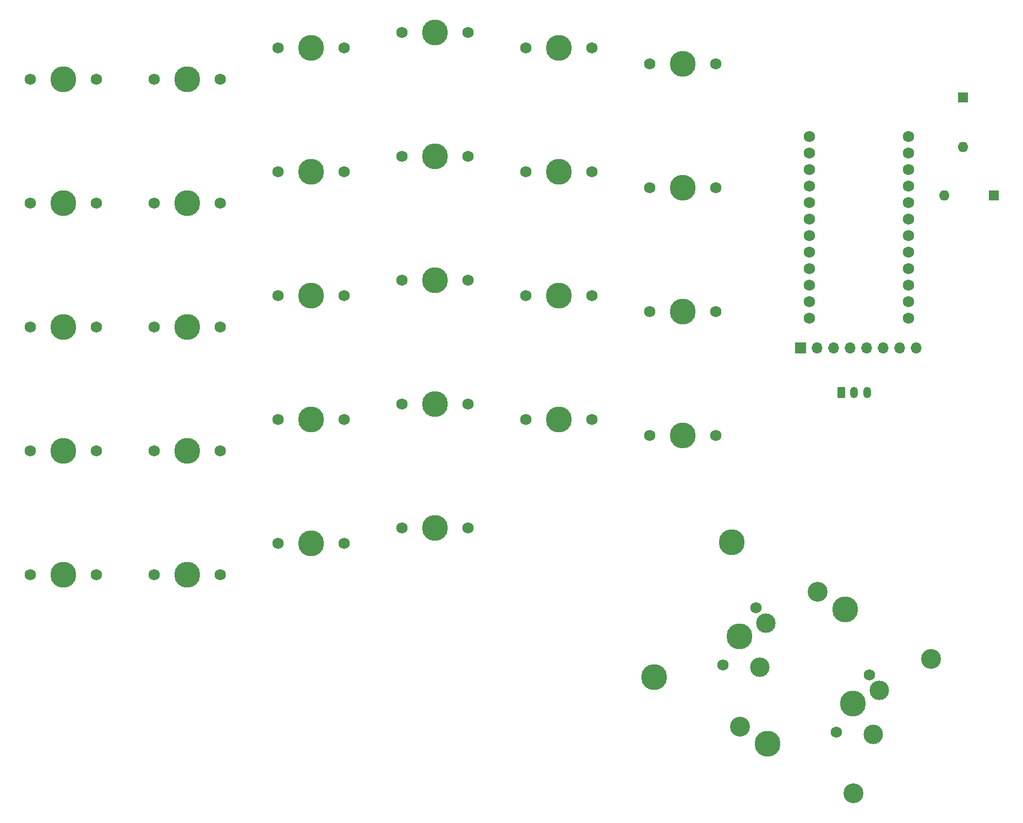
<source format=gts>
%TF.GenerationSoftware,KiCad,Pcbnew,(6.0.1-0)*%
%TF.CreationDate,2022-02-08T23:28:17+08:00*%
%TF.ProjectId,nut-kb,6e75742d-6b62-42e6-9b69-6361645f7063,rev?*%
%TF.SameCoordinates,Original*%
%TF.FileFunction,Soldermask,Top*%
%TF.FilePolarity,Negative*%
%FSLAX46Y46*%
G04 Gerber Fmt 4.6, Leading zero omitted, Abs format (unit mm)*
G04 Created by KiCad (PCBNEW (6.0.1-0)) date 2022-02-08 23:28:17*
%MOMM*%
%LPD*%
G01*
G04 APERTURE LIST*
G04 Aperture macros list*
%AMRoundRect*
0 Rectangle with rounded corners*
0 $1 Rounding radius*
0 $2 $3 $4 $5 $6 $7 $8 $9 X,Y pos of 4 corners*
0 Add a 4 corners polygon primitive as box body*
4,1,4,$2,$3,$4,$5,$6,$7,$8,$9,$2,$3,0*
0 Add four circle primitives for the rounded corners*
1,1,$1+$1,$2,$3*
1,1,$1+$1,$4,$5*
1,1,$1+$1,$6,$7*
1,1,$1+$1,$8,$9*
0 Add four rect primitives between the rounded corners*
20,1,$1+$1,$2,$3,$4,$5,0*
20,1,$1+$1,$4,$5,$6,$7,0*
20,1,$1+$1,$6,$7,$8,$9,0*
20,1,$1+$1,$8,$9,$2,$3,0*%
G04 Aperture macros list end*
%ADD10C,3.000000*%
%ADD11C,3.987800*%
%ADD12C,1.750000*%
%ADD13C,3.048000*%
%ADD14C,1.752600*%
%ADD15O,1.200000X1.750000*%
%ADD16RoundRect,0.250000X-0.350000X-0.625000X0.350000X-0.625000X0.350000X0.625000X-0.350000X0.625000X0*%
%ADD17O,1.600000X1.600000*%
%ADD18R,1.600000X1.600000*%
%ADD19O,1.700000X1.700000*%
%ADD20R,1.700000X1.700000*%
G04 APERTURE END LIST*
D10*
%TO.C,MX30*%
X149973159Y-131739705D03*
D11*
X146843750Y-127000000D03*
D10*
X150948455Y-124970443D03*
D12*
X149383750Y-122600591D03*
X144303750Y-131399409D03*
D13*
X146923937Y-140831111D03*
X158861937Y-120153889D03*
D11*
X133725710Y-133211111D03*
X145663710Y-112533889D03*
%TD*%
D10*
%TO.C,MX29*%
X132510659Y-121420955D03*
D11*
X129381250Y-116681250D03*
D10*
X133485955Y-114651693D03*
D12*
X131921250Y-112281841D03*
X126841250Y-121080659D03*
D13*
X129461437Y-130512361D03*
X141399437Y-109835139D03*
D11*
X116263210Y-122892361D03*
X128201210Y-102215139D03*
%TD*%
%TO.C,MX28*%
X82550000Y-100012500D03*
D12*
X87630000Y-100012500D03*
X77470000Y-100012500D03*
%TD*%
%TO.C,MX23*%
X106680000Y-83343750D03*
D11*
X101600000Y-83343750D03*
D12*
X96520000Y-83343750D03*
%TD*%
D14*
%TO.C,U1*%
X155424500Y-39788000D03*
X155424500Y-42328000D03*
X155424500Y-44868000D03*
X155424500Y-47408000D03*
X155424500Y-49948000D03*
X155424500Y-52488000D03*
X155424500Y-55028000D03*
X155424500Y-57568000D03*
X155424500Y-60108000D03*
X155424500Y-62648000D03*
X155424500Y-65188000D03*
X155424500Y-67728000D03*
X140184500Y-67728000D03*
X140184500Y-65188000D03*
X140184500Y-62648000D03*
X140184500Y-60108000D03*
X140184500Y-57568000D03*
X140184500Y-55028000D03*
X140184500Y-52488000D03*
X140184500Y-49948000D03*
X140184500Y-47408000D03*
X140184500Y-44868000D03*
X140184500Y-42328000D03*
X140184500Y-39788000D03*
%TD*%
D11*
%TO.C,MX26*%
X44450000Y-107156250D03*
D12*
X39370000Y-107156250D03*
X49530000Y-107156250D03*
%TD*%
%TO.C,MX1*%
X20320000Y-30956250D03*
X30480000Y-30956250D03*
D11*
X25400000Y-30956250D03*
%TD*%
D12*
%TO.C,MX16*%
X77470000Y-61912500D03*
X87630000Y-61912500D03*
D11*
X82550000Y-61912500D03*
%TD*%
D12*
%TO.C,MX22*%
X77470000Y-80962500D03*
D11*
X82550000Y-80962500D03*
D12*
X87630000Y-80962500D03*
%TD*%
%TO.C,MX25*%
X20320000Y-107156250D03*
X30480000Y-107156250D03*
D11*
X25400000Y-107156250D03*
%TD*%
D12*
%TO.C,MX3*%
X68580000Y-26193750D03*
D11*
X63500000Y-26193750D03*
D12*
X58420000Y-26193750D03*
%TD*%
%TO.C,MX2*%
X49530000Y-30956250D03*
D11*
X44450000Y-30956250D03*
D12*
X39370000Y-30956250D03*
%TD*%
%TO.C,MX11*%
X106680000Y-45243750D03*
D11*
X101600000Y-45243750D03*
D12*
X96520000Y-45243750D03*
%TD*%
%TO.C,MX5*%
X96520000Y-26193750D03*
X106680000Y-26193750D03*
D11*
X101600000Y-26193750D03*
%TD*%
D12*
%TO.C,MX21*%
X58420000Y-83343750D03*
D11*
X63500000Y-83343750D03*
D12*
X68580000Y-83343750D03*
%TD*%
%TO.C,MX7*%
X20320000Y-50006250D03*
D11*
X25400000Y-50006250D03*
D12*
X30480000Y-50006250D03*
%TD*%
%TO.C,MX20*%
X39370000Y-88106250D03*
D11*
X44450000Y-88106250D03*
D12*
X49530000Y-88106250D03*
%TD*%
%TO.C,MX4*%
X87630000Y-23812500D03*
X77470000Y-23812500D03*
D11*
X82550000Y-23812500D03*
%TD*%
D15*
%TO.C,J1*%
X149042500Y-79161250D03*
X147042500Y-79161250D03*
D16*
X145042500Y-79161250D03*
%TD*%
D12*
%TO.C,MX19*%
X20320000Y-88106250D03*
X30480000Y-88106250D03*
D11*
X25400000Y-88106250D03*
%TD*%
D12*
%TO.C,MX15*%
X58420000Y-64293750D03*
X68580000Y-64293750D03*
D11*
X63500000Y-64293750D03*
%TD*%
D12*
%TO.C,MX8*%
X49530000Y-50006250D03*
X39370000Y-50006250D03*
D11*
X44450000Y-50006250D03*
%TD*%
D12*
%TO.C,MX17*%
X106680000Y-64293750D03*
X96520000Y-64293750D03*
D11*
X101600000Y-64293750D03*
%TD*%
D12*
%TO.C,MX10*%
X77470000Y-42862500D03*
D11*
X82550000Y-42862500D03*
D12*
X87630000Y-42862500D03*
%TD*%
D11*
%TO.C,MX24*%
X120650000Y-85725000D03*
D12*
X115570000Y-85725000D03*
X125730000Y-85725000D03*
%TD*%
D17*
%TO.C,SW2*%
X163806500Y-41357250D03*
D18*
X163806500Y-33737250D03*
%TD*%
D12*
%TO.C,MX14*%
X39370000Y-69056250D03*
X49530000Y-69056250D03*
D11*
X44450000Y-69056250D03*
%TD*%
D19*
%TO.C,J2*%
X156582500Y-72320250D03*
X154042500Y-72320250D03*
X151502500Y-72320250D03*
X148962500Y-72320250D03*
X146422500Y-72320250D03*
X143882500Y-72320250D03*
X141342500Y-72320250D03*
D20*
X138802500Y-72320250D03*
%TD*%
D11*
%TO.C,MX9*%
X63500000Y-45243750D03*
D12*
X58420000Y-45243750D03*
X68580000Y-45243750D03*
%TD*%
D18*
%TO.C,SW1*%
X168495500Y-48850250D03*
D17*
X160875500Y-48850250D03*
%TD*%
D11*
%TO.C,MX27*%
X63500000Y-102393750D03*
D12*
X58420000Y-102393750D03*
X68580000Y-102393750D03*
%TD*%
%TO.C,MX12*%
X125730000Y-47625000D03*
D11*
X120650000Y-47625000D03*
D12*
X115570000Y-47625000D03*
%TD*%
%TO.C,MX18*%
X125730000Y-66675000D03*
D11*
X120650000Y-66675000D03*
D12*
X115570000Y-66675000D03*
%TD*%
%TO.C,MX6*%
X115570000Y-28575000D03*
X125730000Y-28575000D03*
D11*
X120650000Y-28575000D03*
%TD*%
D12*
%TO.C,MX13*%
X20320000Y-69056250D03*
D11*
X25400000Y-69056250D03*
D12*
X30480000Y-69056250D03*
%TD*%
M02*

</source>
